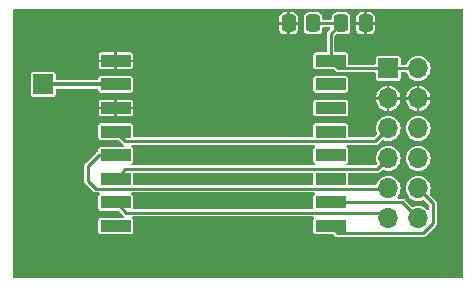
<source format=gbr>
%TF.GenerationSoftware,KiCad,Pcbnew,7.0.1*%
%TF.CreationDate,2023-04-28T09:42:26+02:00*%
%TF.ProjectId,RFM69HW_ANT,52464d36-3948-4575-9f41-4e542e6b6963,rev?*%
%TF.SameCoordinates,Original*%
%TF.FileFunction,Copper,L1,Top*%
%TF.FilePolarity,Positive*%
%FSLAX46Y46*%
G04 Gerber Fmt 4.6, Leading zero omitted, Abs format (unit mm)*
G04 Created by KiCad (PCBNEW 7.0.1) date 2023-04-28 09:42:26*
%MOMM*%
%LPD*%
G01*
G04 APERTURE LIST*
G04 Aperture macros list*
%AMRoundRect*
0 Rectangle with rounded corners*
0 $1 Rounding radius*
0 $2 $3 $4 $5 $6 $7 $8 $9 X,Y pos of 4 corners*
0 Add a 4 corners polygon primitive as box body*
4,1,4,$2,$3,$4,$5,$6,$7,$8,$9,$2,$3,0*
0 Add four circle primitives for the rounded corners*
1,1,$1+$1,$2,$3*
1,1,$1+$1,$4,$5*
1,1,$1+$1,$6,$7*
1,1,$1+$1,$8,$9*
0 Add four rect primitives between the rounded corners*
20,1,$1+$1,$2,$3,$4,$5,0*
20,1,$1+$1,$4,$5,$6,$7,0*
20,1,$1+$1,$6,$7,$8,$9,0*
20,1,$1+$1,$8,$9,$2,$3,0*%
G04 Aperture macros list end*
%TA.AperFunction,ComponentPad*%
%ADD10R,1.700000X1.700000*%
%TD*%
%TA.AperFunction,ComponentPad*%
%ADD11O,1.700000X1.700000*%
%TD*%
%TA.AperFunction,SMDPad,CuDef*%
%ADD12RoundRect,0.250000X0.337500X0.475000X-0.337500X0.475000X-0.337500X-0.475000X0.337500X-0.475000X0*%
%TD*%
%TA.AperFunction,SMDPad,CuDef*%
%ADD13R,2.500000X1.000000*%
%TD*%
%TA.AperFunction,SMDPad,CuDef*%
%ADD14RoundRect,0.250000X-0.337500X-0.475000X0.337500X-0.475000X0.337500X0.475000X-0.337500X0.475000X0*%
%TD*%
%TA.AperFunction,ViaPad*%
%ADD15C,0.800000*%
%TD*%
%TA.AperFunction,Conductor*%
%ADD16C,0.250000*%
%TD*%
%TA.AperFunction,Conductor*%
%ADD17C,0.350000*%
%TD*%
G04 APERTURE END LIST*
D10*
%TO.P,J1,1,Pin_1*%
%TO.N,VCC*%
X149860000Y-43180000D03*
D11*
%TO.P,J1,2,Pin_2*%
X152400000Y-43180000D03*
%TO.P,J1,3,Pin_3*%
%TO.N,GND*%
X149860000Y-45720000D03*
%TO.P,J1,4,Pin_4*%
X152400000Y-45720000D03*
%TO.P,J1,5,Pin_5*%
%TO.N,SCK*%
X149860000Y-48260000D03*
%TO.P,J1,6,Pin_6*%
%TO.N,unconnected-(J1-Pin_6-Pad6)*%
X152400000Y-48260000D03*
%TO.P,J1,7,Pin_7*%
%TO.N,MISO*%
X149860000Y-50800000D03*
%TO.P,J1,8,Pin_8*%
%TO.N,unconnected-(J1-Pin_8-Pad8)*%
X152400000Y-50800000D03*
%TO.P,J1,9,Pin_9*%
%TO.N,MOSI*%
X149860000Y-53340000D03*
%TO.P,J1,10,Pin_10*%
%TO.N,nRESET*%
X152400000Y-53340000D03*
%TO.P,J1,11,Pin_11*%
%TO.N,nCS*%
X149860000Y-55880000D03*
%TO.P,J1,12,Pin_12*%
%TO.N,DIO0*%
X152400000Y-55880000D03*
%TD*%
D12*
%TO.P,C1,1*%
%TO.N,VCC*%
X143510000Y-39370000D03*
%TO.P,C1,2*%
%TO.N,GND*%
X141435000Y-39370000D03*
%TD*%
D13*
%TO.P,U1,1,RESET*%
%TO.N,nRESET*%
X144990000Y-56530000D03*
%TO.P,U1,2,DIO0*%
%TO.N,DIO0*%
X144990000Y-54530000D03*
%TO.P,U1,3,DIO1*%
%TO.N,unconnected-(U1-DIO1-Pad3)*%
X144990000Y-52530000D03*
%TO.P,U1,4,DIO2*%
%TO.N,unconnected-(U1-DIO2-Pad4)*%
X144990000Y-50530000D03*
%TO.P,U1,5,DIO3*%
%TO.N,unconnected-(U1-DIO3-Pad5)*%
X144990000Y-48530000D03*
%TO.P,U1,6,DIO4*%
%TO.N,unconnected-(U1-DIO4-Pad6)*%
X144990000Y-46530000D03*
%TO.P,U1,7,DIO5*%
%TO.N,unconnected-(U1-DIO5-Pad7)*%
X144990000Y-44530000D03*
%TO.P,U1,8,3.3V*%
%TO.N,VCC*%
X144990000Y-42530000D03*
%TO.P,U1,9,GND*%
%TO.N,GND*%
X126790000Y-42530000D03*
%TO.P,U1,10,ANA*%
%TO.N,Net-(J2-Pin_1)*%
X126790000Y-44530000D03*
%TO.P,U1,11,GND*%
%TO.N,GND*%
X126790000Y-46530000D03*
%TO.P,U1,12,SCK*%
%TO.N,SCK*%
X126790000Y-48530000D03*
%TO.P,U1,13,MISO*%
%TO.N,MOSI*%
X126790000Y-50530000D03*
%TO.P,U1,14,MOSI*%
%TO.N,MISO*%
X126790000Y-52530000D03*
%TO.P,U1,15,NSS*%
%TO.N,nCS*%
X126790000Y-54530000D03*
%TO.P,U1,16,NC*%
%TO.N,unconnected-(U1-NC-Pad16)*%
X126790000Y-56530000D03*
%TD*%
D10*
%TO.P,J2,1,Pin_1*%
%TO.N,Net-(J2-Pin_1)*%
X120650000Y-44530000D03*
%TD*%
D14*
%TO.P,C2,1*%
%TO.N,VCC*%
X145880000Y-39370000D03*
%TO.P,C2,2*%
%TO.N,GND*%
X147955000Y-39370000D03*
%TD*%
D15*
%TO.N,GND*%
X136906000Y-54356000D03*
X136906000Y-50800000D03*
X136906000Y-52578000D03*
%TD*%
D16*
%TO.N,DIO0*%
X152400000Y-55880000D02*
X151050000Y-54530000D01*
X151050000Y-54530000D02*
X144990000Y-54530000D01*
%TO.N,nRESET*%
X144990000Y-56530000D02*
X145610000Y-57150000D01*
X153670000Y-56271701D02*
X153670000Y-54610000D01*
X152791701Y-57150000D02*
X153670000Y-56271701D01*
X153670000Y-54610000D02*
X152400000Y-53340000D01*
X145610000Y-57150000D02*
X152791701Y-57150000D01*
%TO.N,nCS*%
X149860000Y-55880000D02*
X149373299Y-55393299D01*
X127653299Y-55393299D02*
X126790000Y-54530000D01*
X149373299Y-55393299D02*
X127653299Y-55393299D01*
%TO.N,SCK*%
X126790000Y-48530000D02*
X127615000Y-49355000D01*
X148765000Y-49355000D02*
X149860000Y-48260000D01*
X127615000Y-49355000D02*
X148765000Y-49355000D01*
%TO.N,MOSI*%
X125110000Y-53355000D02*
X124460000Y-52705000D01*
X125365000Y-50530000D02*
X126790000Y-50530000D01*
X124460000Y-52705000D02*
X124460000Y-51435000D01*
X149845000Y-53355000D02*
X125110000Y-53355000D01*
X149860000Y-53340000D02*
X149845000Y-53355000D01*
X124460000Y-51435000D02*
X125365000Y-50530000D01*
%TO.N,MISO*%
X127615000Y-51705000D02*
X148955000Y-51705000D01*
X148955000Y-51705000D02*
X149860000Y-50800000D01*
X126790000Y-52530000D02*
X127615000Y-51705000D01*
%TO.N,VCC*%
X145640000Y-43180000D02*
X144990000Y-42530000D01*
X144990000Y-42530000D02*
X144990000Y-40260000D01*
X145880000Y-39370000D02*
X143510000Y-39370000D01*
X144990000Y-40260000D02*
X145880000Y-39370000D01*
X152400000Y-43180000D02*
X149860000Y-43180000D01*
X149860000Y-43180000D02*
X145640000Y-43180000D01*
D17*
%TO.N,Net-(J2-Pin_1)*%
X126790000Y-44530000D02*
X120650000Y-44530000D01*
%TD*%
%TA.AperFunction,Conductor*%
%TO.N,GND*%
G36*
X143624187Y-53693123D02*
G01*
X143660225Y-53727772D01*
X143674738Y-53775613D01*
X143664024Y-53824444D01*
X143630816Y-53861815D01*
X143595447Y-53885447D01*
X143551133Y-53951768D01*
X143539500Y-54010253D01*
X143539500Y-54968799D01*
X143526237Y-55018299D01*
X143490000Y-55054536D01*
X143440500Y-55067799D01*
X128339500Y-55067799D01*
X128290000Y-55054536D01*
X128253763Y-55018299D01*
X128240500Y-54968799D01*
X128240500Y-54010253D01*
X128240500Y-54010252D01*
X128228867Y-53951769D01*
X128211949Y-53926450D01*
X128184552Y-53885447D01*
X128149184Y-53861815D01*
X128115976Y-53824444D01*
X128105262Y-53775613D01*
X128119775Y-53727772D01*
X128155813Y-53693123D01*
X128204186Y-53680500D01*
X143575814Y-53680500D01*
X143624187Y-53693123D01*
G37*
%TD.AperFunction*%
%TA.AperFunction,Conductor*%
G36*
X143490000Y-52043763D02*
G01*
X143526237Y-52080000D01*
X143539500Y-52129500D01*
X143539500Y-52930500D01*
X143526237Y-52980000D01*
X143490000Y-53016237D01*
X143440500Y-53029500D01*
X128339500Y-53029500D01*
X128290000Y-53016237D01*
X128253763Y-52980000D01*
X128240500Y-52930500D01*
X128240500Y-52129500D01*
X128253763Y-52080000D01*
X128290000Y-52043763D01*
X128339500Y-52030500D01*
X143440500Y-52030500D01*
X143490000Y-52043763D01*
G37*
%TD.AperFunction*%
%TA.AperFunction,Conductor*%
G36*
X143624187Y-49693123D02*
G01*
X143660225Y-49727772D01*
X143674738Y-49775613D01*
X143664024Y-49824444D01*
X143630816Y-49861815D01*
X143595447Y-49885447D01*
X143551133Y-49951768D01*
X143539500Y-50010253D01*
X143539500Y-51049747D01*
X143551133Y-51108231D01*
X143595447Y-51174552D01*
X143630816Y-51198185D01*
X143664024Y-51235556D01*
X143674738Y-51284387D01*
X143660225Y-51332228D01*
X143624187Y-51366877D01*
X143575814Y-51379500D01*
X128204186Y-51379500D01*
X128155813Y-51366877D01*
X128119775Y-51332228D01*
X128105262Y-51284387D01*
X128115976Y-51235556D01*
X128149184Y-51198185D01*
X128184552Y-51174552D01*
X128184553Y-51174551D01*
X128228867Y-51108231D01*
X128240500Y-51049748D01*
X128240500Y-50010252D01*
X128228867Y-49951769D01*
X128209186Y-49922315D01*
X128184552Y-49885447D01*
X128149184Y-49861815D01*
X128115976Y-49824444D01*
X128105262Y-49775613D01*
X128119775Y-49727772D01*
X128155813Y-49693123D01*
X128204186Y-49680500D01*
X143575814Y-49680500D01*
X143624187Y-49693123D01*
G37*
%TD.AperFunction*%
%TA.AperFunction,Conductor*%
G36*
X156135000Y-38138763D02*
G01*
X156171237Y-38175000D01*
X156184500Y-38224500D01*
X156184500Y-60835500D01*
X156171237Y-60885000D01*
X156135000Y-60921237D01*
X156085500Y-60934500D01*
X118234500Y-60934500D01*
X118185000Y-60921237D01*
X118148763Y-60885000D01*
X118135500Y-60835500D01*
X118135500Y-52733807D01*
X124130735Y-52733807D01*
X124140795Y-52771350D01*
X124142663Y-52779778D01*
X124149411Y-52818042D01*
X124149412Y-52818045D01*
X124150166Y-52819352D01*
X124160055Y-52843225D01*
X124160446Y-52844685D01*
X124182732Y-52876514D01*
X124187370Y-52883794D01*
X124206803Y-52917452D01*
X124206805Y-52917454D01*
X124206806Y-52917455D01*
X124236583Y-52942441D01*
X124242938Y-52948264D01*
X124866730Y-53572056D01*
X124872564Y-53578423D01*
X124897545Y-53608194D01*
X124931215Y-53627633D01*
X124938477Y-53632260D01*
X124970316Y-53654554D01*
X124971765Y-53654942D01*
X124971768Y-53654943D01*
X124995650Y-53664834D01*
X124996955Y-53665588D01*
X125030732Y-53671543D01*
X125035220Y-53672335D01*
X125043647Y-53674203D01*
X125081193Y-53684264D01*
X125119909Y-53680876D01*
X125128537Y-53680500D01*
X125375814Y-53680500D01*
X125424187Y-53693123D01*
X125460225Y-53727772D01*
X125474738Y-53775613D01*
X125464024Y-53824444D01*
X125430816Y-53861815D01*
X125395447Y-53885447D01*
X125351133Y-53951768D01*
X125351132Y-53951769D01*
X125351133Y-53951769D01*
X125339500Y-54010252D01*
X125339500Y-55049748D01*
X125343091Y-55067799D01*
X125351133Y-55108231D01*
X125395447Y-55174552D01*
X125420797Y-55191490D01*
X125461769Y-55218867D01*
X125520252Y-55230500D01*
X126989165Y-55230500D01*
X127027051Y-55238036D01*
X127059169Y-55259496D01*
X127410040Y-55610367D01*
X127415864Y-55616723D01*
X127440844Y-55646493D01*
X127447452Y-55654368D01*
X127474085Y-55681002D01*
X127487348Y-55730501D01*
X127474084Y-55780001D01*
X127437848Y-55816237D01*
X127388348Y-55829500D01*
X125520252Y-55829500D01*
X125491010Y-55835316D01*
X125461768Y-55841133D01*
X125395447Y-55885447D01*
X125351133Y-55951768D01*
X125339500Y-56010253D01*
X125339500Y-57049747D01*
X125351133Y-57108231D01*
X125395447Y-57174552D01*
X125439761Y-57204162D01*
X125461769Y-57218867D01*
X125520252Y-57230500D01*
X128059747Y-57230500D01*
X128059748Y-57230500D01*
X128118231Y-57218867D01*
X128184552Y-57174552D01*
X128228867Y-57108231D01*
X128240500Y-57049748D01*
X128240500Y-56010252D01*
X128228867Y-55951769D01*
X128184552Y-55885448D01*
X128176102Y-55872801D01*
X128159536Y-55822657D01*
X128171107Y-55771131D01*
X128207521Y-55732884D01*
X128258417Y-55718799D01*
X143521583Y-55718799D01*
X143572479Y-55732884D01*
X143608893Y-55771131D01*
X143620464Y-55822657D01*
X143603898Y-55872801D01*
X143551133Y-55951768D01*
X143539500Y-56010253D01*
X143539500Y-57049747D01*
X143551133Y-57108231D01*
X143595447Y-57174552D01*
X143639761Y-57204162D01*
X143661769Y-57218867D01*
X143720252Y-57230500D01*
X145189165Y-57230500D01*
X145227051Y-57238036D01*
X145259169Y-57259496D01*
X145366741Y-57367068D01*
X145372565Y-57373424D01*
X145397545Y-57403194D01*
X145397547Y-57403195D01*
X145431201Y-57422625D01*
X145438480Y-57427261D01*
X145470316Y-57449553D01*
X145471776Y-57449944D01*
X145495640Y-57459828D01*
X145496955Y-57460588D01*
X145530405Y-57466486D01*
X145535231Y-57467337D01*
X145543663Y-57469206D01*
X145581193Y-57479263D01*
X145619897Y-57475876D01*
X145628525Y-57475500D01*
X152773167Y-57475500D01*
X152781794Y-57475876D01*
X152795058Y-57477037D01*
X152820506Y-57479264D01*
X152820506Y-57479263D01*
X152820508Y-57479264D01*
X152858060Y-57469201D01*
X152866478Y-57467335D01*
X152904746Y-57460588D01*
X152906047Y-57459836D01*
X152929933Y-57449942D01*
X152931385Y-57449554D01*
X152963230Y-57427254D01*
X152970486Y-57422632D01*
X153004156Y-57403194D01*
X153029143Y-57373414D01*
X153034958Y-57367068D01*
X153887072Y-56514954D01*
X153893430Y-56509130D01*
X153923194Y-56484156D01*
X153942624Y-56450500D01*
X153947252Y-56443233D01*
X153969554Y-56411385D01*
X153969943Y-56409930D01*
X153979837Y-56386046D01*
X153980588Y-56384746D01*
X153987340Y-56346449D01*
X153989197Y-56338072D01*
X153999263Y-56300508D01*
X153995876Y-56261803D01*
X153995500Y-56253176D01*
X153995500Y-54628526D01*
X153995877Y-54619897D01*
X153999263Y-54581194D01*
X153999263Y-54581193D01*
X153989199Y-54543638D01*
X153987335Y-54535223D01*
X153980589Y-54496958D01*
X153980588Y-54496956D01*
X153980588Y-54496955D01*
X153979834Y-54495650D01*
X153969943Y-54471768D01*
X153969554Y-54470317D01*
X153969554Y-54470316D01*
X153947257Y-54438473D01*
X153942626Y-54431203D01*
X153923193Y-54397543D01*
X153893434Y-54372573D01*
X153887066Y-54366739D01*
X153388502Y-53868175D01*
X153365850Y-53833041D01*
X153359718Y-53791691D01*
X153371199Y-53751498D01*
X153375232Y-53743954D01*
X153377604Y-53736137D01*
X153409864Y-53629787D01*
X153435300Y-53545934D01*
X153455583Y-53340000D01*
X153435300Y-53134066D01*
X153375232Y-52936046D01*
X153277685Y-52753550D01*
X153146410Y-52593590D01*
X152986450Y-52462315D01*
X152803954Y-52364768D01*
X152803953Y-52364767D01*
X152803952Y-52364767D01*
X152605933Y-52304699D01*
X152400000Y-52284416D01*
X152194066Y-52304699D01*
X151996047Y-52364767D01*
X151813549Y-52462315D01*
X151653590Y-52593590D01*
X151522315Y-52753549D01*
X151424767Y-52936047D01*
X151364699Y-53134066D01*
X151344416Y-53339999D01*
X151364699Y-53545933D01*
X151424767Y-53743952D01*
X151424768Y-53743954D01*
X151522315Y-53926450D01*
X151653590Y-54086410D01*
X151813550Y-54217685D01*
X151996046Y-54315232D01*
X152194066Y-54375300D01*
X152400000Y-54395583D01*
X152605934Y-54375300D01*
X152692155Y-54349145D01*
X152803952Y-54315233D01*
X152803954Y-54315232D01*
X152811498Y-54311199D01*
X152851691Y-54299718D01*
X152893041Y-54305850D01*
X152928175Y-54328502D01*
X153315504Y-54715831D01*
X153336964Y-54747949D01*
X153344500Y-54785835D01*
X153344500Y-55098277D01*
X153326441Y-55155282D01*
X153278852Y-55191490D01*
X153219096Y-55193691D01*
X153168973Y-55161084D01*
X153146410Y-55133590D01*
X152986450Y-55002315D01*
X152803954Y-54904768D01*
X152803953Y-54904767D01*
X152803952Y-54904767D01*
X152605933Y-54844699D01*
X152400000Y-54824416D01*
X152194066Y-54844699D01*
X151996043Y-54904768D01*
X151988490Y-54908805D01*
X151948298Y-54920280D01*
X151906952Y-54914146D01*
X151871823Y-54891496D01*
X151293268Y-54312942D01*
X151287434Y-54306574D01*
X151262454Y-54276805D01*
X151228794Y-54257370D01*
X151221514Y-54252732D01*
X151189685Y-54230446D01*
X151188225Y-54230055D01*
X151164352Y-54220166D01*
X151163045Y-54219412D01*
X151163043Y-54219411D01*
X151163042Y-54219411D01*
X151124778Y-54212663D01*
X151116350Y-54210795D01*
X151078807Y-54200735D01*
X151043330Y-54203839D01*
X151040093Y-54204123D01*
X151031466Y-54204500D01*
X150718814Y-54204500D01*
X150665849Y-54189141D01*
X150629319Y-54147828D01*
X150620559Y-54093381D01*
X150642286Y-54042695D01*
X150716906Y-53951769D01*
X150737685Y-53926450D01*
X150835232Y-53743954D01*
X150895300Y-53545934D01*
X150915583Y-53340000D01*
X150895300Y-53134066D01*
X150835232Y-52936046D01*
X150737685Y-52753550D01*
X150606410Y-52593590D01*
X150446450Y-52462315D01*
X150263954Y-52364768D01*
X150263953Y-52364767D01*
X150263952Y-52364767D01*
X150065933Y-52304699D01*
X149860000Y-52284416D01*
X149654066Y-52304699D01*
X149456047Y-52364767D01*
X149273549Y-52462315D01*
X149113590Y-52593590D01*
X148982315Y-52753549D01*
X148884767Y-52936046D01*
X148877732Y-52959239D01*
X148857427Y-52995776D01*
X148823853Y-53020676D01*
X148782995Y-53029500D01*
X146539500Y-53029500D01*
X146490000Y-53016237D01*
X146453763Y-52980000D01*
X146440500Y-52930500D01*
X146440500Y-52129500D01*
X146453763Y-52080000D01*
X146490000Y-52043763D01*
X146539500Y-52030500D01*
X148936466Y-52030500D01*
X148945093Y-52030876D01*
X148958357Y-52032037D01*
X148983805Y-52034264D01*
X148983805Y-52034263D01*
X148983807Y-52034264D01*
X149021359Y-52024201D01*
X149029777Y-52022335D01*
X149068045Y-52015588D01*
X149069346Y-52014836D01*
X149093232Y-52004942D01*
X149094684Y-52004554D01*
X149126529Y-51982254D01*
X149133785Y-51977632D01*
X149167455Y-51958194D01*
X149192442Y-51928414D01*
X149198254Y-51922070D01*
X149331824Y-51788500D01*
X149366953Y-51765851D01*
X149408301Y-51759718D01*
X149448495Y-51771196D01*
X149456046Y-51775232D01*
X149610103Y-51821964D01*
X149654066Y-51835300D01*
X149859999Y-51855583D01*
X149859999Y-51855582D01*
X149860000Y-51855583D01*
X150065934Y-51835300D01*
X150263954Y-51775232D01*
X150446450Y-51677685D01*
X150606410Y-51546410D01*
X150737685Y-51386450D01*
X150835232Y-51203954D01*
X150895300Y-51005934D01*
X150915583Y-50800000D01*
X151344416Y-50800000D01*
X151364699Y-51005933D01*
X151421987Y-51194786D01*
X151424768Y-51203954D01*
X151522315Y-51386450D01*
X151653590Y-51546410D01*
X151813550Y-51677685D01*
X151996046Y-51775232D01*
X152150103Y-51821964D01*
X152194066Y-51835300D01*
X152399999Y-51855583D01*
X152399999Y-51855582D01*
X152400000Y-51855583D01*
X152605934Y-51835300D01*
X152803954Y-51775232D01*
X152986450Y-51677685D01*
X153146410Y-51546410D01*
X153277685Y-51386450D01*
X153375232Y-51203954D01*
X153435300Y-51005934D01*
X153455583Y-50800000D01*
X153435300Y-50594066D01*
X153375232Y-50396046D01*
X153277685Y-50213550D01*
X153146410Y-50053590D01*
X152986450Y-49922315D01*
X152803954Y-49824768D01*
X152803953Y-49824767D01*
X152803952Y-49824767D01*
X152605933Y-49764699D01*
X152399999Y-49744416D01*
X152194066Y-49764699D01*
X151996047Y-49824767D01*
X151813549Y-49922315D01*
X151653590Y-50053590D01*
X151522315Y-50213549D01*
X151424767Y-50396047D01*
X151364699Y-50594066D01*
X151344416Y-50800000D01*
X150915583Y-50800000D01*
X150895300Y-50594066D01*
X150835232Y-50396046D01*
X150737685Y-50213550D01*
X150606410Y-50053590D01*
X150446450Y-49922315D01*
X150263954Y-49824768D01*
X150263953Y-49824767D01*
X150263952Y-49824767D01*
X150065933Y-49764699D01*
X149859999Y-49744416D01*
X149654066Y-49764699D01*
X149456047Y-49824767D01*
X149273549Y-49922315D01*
X149113590Y-50053590D01*
X148982315Y-50213549D01*
X148884767Y-50396047D01*
X148824699Y-50594066D01*
X148804416Y-50800000D01*
X148824699Y-51005933D01*
X148884767Y-51203953D01*
X148888804Y-51211506D01*
X148900281Y-51251698D01*
X148894148Y-51293045D01*
X148871498Y-51328175D01*
X148849172Y-51350502D01*
X148817054Y-51371964D01*
X148779167Y-51379500D01*
X146404186Y-51379500D01*
X146355813Y-51366877D01*
X146319775Y-51332228D01*
X146305262Y-51284387D01*
X146315976Y-51235556D01*
X146349184Y-51198185D01*
X146384552Y-51174552D01*
X146384553Y-51174551D01*
X146428867Y-51108231D01*
X146440500Y-51049748D01*
X146440500Y-50010252D01*
X146428867Y-49951769D01*
X146409186Y-49922315D01*
X146384552Y-49885447D01*
X146349184Y-49861815D01*
X146315976Y-49824444D01*
X146305262Y-49775613D01*
X146319775Y-49727772D01*
X146355813Y-49693123D01*
X146404186Y-49680500D01*
X148746466Y-49680500D01*
X148755093Y-49680876D01*
X148768357Y-49682037D01*
X148793805Y-49684264D01*
X148793805Y-49684263D01*
X148793807Y-49684264D01*
X148831359Y-49674201D01*
X148839777Y-49672335D01*
X148878045Y-49665588D01*
X148879346Y-49664836D01*
X148903232Y-49654942D01*
X148904684Y-49654554D01*
X148936529Y-49632254D01*
X148943785Y-49627632D01*
X148977455Y-49608194D01*
X149002442Y-49578414D01*
X149008257Y-49572068D01*
X149331824Y-49248500D01*
X149366953Y-49225851D01*
X149408301Y-49219718D01*
X149448495Y-49231196D01*
X149456046Y-49235232D01*
X149654066Y-49295300D01*
X149860000Y-49315583D01*
X150065934Y-49295300D01*
X150263954Y-49235232D01*
X150446450Y-49137685D01*
X150606410Y-49006410D01*
X150737685Y-48846450D01*
X150835232Y-48663954D01*
X150895300Y-48465934D01*
X150915583Y-48260000D01*
X150915583Y-48259999D01*
X151344416Y-48259999D01*
X151364699Y-48465933D01*
X151424767Y-48663952D01*
X151424768Y-48663954D01*
X151522315Y-48846450D01*
X151653590Y-49006410D01*
X151813550Y-49137685D01*
X151996046Y-49235232D01*
X152194066Y-49295300D01*
X152400000Y-49315583D01*
X152605934Y-49295300D01*
X152803954Y-49235232D01*
X152986450Y-49137685D01*
X153146410Y-49006410D01*
X153277685Y-48846450D01*
X153375232Y-48663954D01*
X153435300Y-48465934D01*
X153455583Y-48260000D01*
X153435300Y-48054066D01*
X153375232Y-47856046D01*
X153277685Y-47673550D01*
X153146410Y-47513590D01*
X152986450Y-47382315D01*
X152803954Y-47284768D01*
X152803953Y-47284767D01*
X152803952Y-47284767D01*
X152605933Y-47224699D01*
X152400000Y-47204416D01*
X152194066Y-47224699D01*
X151996047Y-47284767D01*
X151813549Y-47382315D01*
X151653590Y-47513590D01*
X151522315Y-47673549D01*
X151424767Y-47856047D01*
X151364699Y-48054066D01*
X151344416Y-48259999D01*
X150915583Y-48259999D01*
X150895300Y-48054066D01*
X150835232Y-47856046D01*
X150737685Y-47673550D01*
X150606410Y-47513590D01*
X150446450Y-47382315D01*
X150263954Y-47284768D01*
X150263953Y-47284767D01*
X150263952Y-47284767D01*
X150065933Y-47224699D01*
X149860000Y-47204416D01*
X149654066Y-47224699D01*
X149456047Y-47284767D01*
X149273549Y-47382315D01*
X149113590Y-47513590D01*
X148982315Y-47673549D01*
X148884767Y-47856047D01*
X148824699Y-48054066D01*
X148804416Y-48259999D01*
X148824699Y-48465933D01*
X148884766Y-48663952D01*
X148888803Y-48671503D01*
X148900281Y-48711696D01*
X148894148Y-48753044D01*
X148871497Y-48788175D01*
X148659171Y-49000503D01*
X148627053Y-49021964D01*
X148589167Y-49029500D01*
X146539500Y-49029500D01*
X146490000Y-49016237D01*
X146453763Y-48980000D01*
X146440500Y-48930500D01*
X146440500Y-48010253D01*
X146440500Y-48010252D01*
X146428867Y-47951769D01*
X146414162Y-47929762D01*
X146384552Y-47885447D01*
X146318231Y-47841133D01*
X146318230Y-47841132D01*
X146259748Y-47829500D01*
X143720252Y-47829500D01*
X143691010Y-47835316D01*
X143661768Y-47841133D01*
X143595447Y-47885447D01*
X143551133Y-47951768D01*
X143539500Y-48010253D01*
X143539500Y-48930500D01*
X143526237Y-48980000D01*
X143490000Y-49016237D01*
X143440500Y-49029500D01*
X128339500Y-49029500D01*
X128290000Y-49016237D01*
X128253763Y-48980000D01*
X128240500Y-48930500D01*
X128240500Y-48010253D01*
X128240500Y-48010252D01*
X128228867Y-47951769D01*
X128214162Y-47929762D01*
X128184552Y-47885447D01*
X128118231Y-47841133D01*
X128118230Y-47841132D01*
X128059748Y-47829500D01*
X125520252Y-47829500D01*
X125491010Y-47835316D01*
X125461768Y-47841133D01*
X125395447Y-47885447D01*
X125351133Y-47951768D01*
X125339500Y-48010253D01*
X125339500Y-49049747D01*
X125351133Y-49108231D01*
X125395447Y-49174552D01*
X125439762Y-49204162D01*
X125461769Y-49218867D01*
X125520252Y-49230500D01*
X126989165Y-49230500D01*
X127027051Y-49238036D01*
X127059169Y-49259496D01*
X127371741Y-49572068D01*
X127377565Y-49578424D01*
X127402545Y-49608194D01*
X127402547Y-49608195D01*
X127436203Y-49627627D01*
X127443487Y-49632267D01*
X127467961Y-49649404D01*
X127500158Y-49687101D01*
X127510041Y-49735681D01*
X127495134Y-49782962D01*
X127459173Y-49817087D01*
X127411177Y-49829500D01*
X125520252Y-49829500D01*
X125491010Y-49835316D01*
X125461768Y-49841133D01*
X125395447Y-49885447D01*
X125351133Y-49951768D01*
X125339500Y-50010253D01*
X125339500Y-50120904D01*
X125328970Y-50165334D01*
X125299620Y-50200313D01*
X125257693Y-50218400D01*
X125251954Y-50219411D01*
X125250645Y-50220168D01*
X125226780Y-50230053D01*
X125225318Y-50230444D01*
X125193484Y-50252734D01*
X125186205Y-50257371D01*
X125152543Y-50276806D01*
X125127573Y-50306564D01*
X125121741Y-50312930D01*
X124242940Y-51191732D01*
X124236574Y-51197565D01*
X124206804Y-51222545D01*
X124187371Y-51256204D01*
X124182734Y-51263484D01*
X124160444Y-51295318D01*
X124160053Y-51296780D01*
X124150168Y-51320645D01*
X124149410Y-51321956D01*
X124142662Y-51360223D01*
X124140794Y-51368649D01*
X124130735Y-51406191D01*
X124134123Y-51444904D01*
X124134500Y-51453534D01*
X124134500Y-52686466D01*
X124134123Y-52695096D01*
X124130735Y-52733807D01*
X118135500Y-52733807D01*
X118135500Y-47049697D01*
X125340000Y-47049697D01*
X125351604Y-47108036D01*
X125395807Y-47174192D01*
X125461963Y-47218395D01*
X125520303Y-47230000D01*
X126689999Y-47230000D01*
X126690000Y-47229999D01*
X126890000Y-47229999D01*
X126890001Y-47230000D01*
X128059697Y-47230000D01*
X128118036Y-47218395D01*
X128184192Y-47174192D01*
X128228395Y-47108036D01*
X128239990Y-47049747D01*
X143539500Y-47049747D01*
X143551133Y-47108231D01*
X143595447Y-47174552D01*
X143639761Y-47204162D01*
X143661769Y-47218867D01*
X143720252Y-47230500D01*
X146259747Y-47230500D01*
X146259748Y-47230500D01*
X146318231Y-47218867D01*
X146384552Y-47174552D01*
X146428867Y-47108231D01*
X146440500Y-47049748D01*
X146440500Y-46010252D01*
X146428867Y-45951769D01*
X146411538Y-45925835D01*
X146384552Y-45885447D01*
X146318231Y-45841133D01*
X146318230Y-45841132D01*
X146259748Y-45829500D01*
X143720252Y-45829500D01*
X143691010Y-45835316D01*
X143661768Y-45841133D01*
X143595447Y-45885447D01*
X143551133Y-45951768D01*
X143539500Y-46010253D01*
X143539500Y-47049747D01*
X128239990Y-47049747D01*
X128240000Y-47049697D01*
X128240000Y-46630001D01*
X128239999Y-46630000D01*
X126890001Y-46630000D01*
X126890000Y-46630001D01*
X126890000Y-47229999D01*
X126690000Y-47229999D01*
X126690000Y-46630001D01*
X126689999Y-46630000D01*
X125340001Y-46630000D01*
X125340000Y-46630001D01*
X125340000Y-47049697D01*
X118135500Y-47049697D01*
X118135500Y-46429999D01*
X125340000Y-46429999D01*
X125340001Y-46430000D01*
X126689999Y-46430000D01*
X126690000Y-46429999D01*
X126890000Y-46429999D01*
X126890001Y-46430000D01*
X128239999Y-46430000D01*
X128240000Y-46429999D01*
X128240000Y-46010303D01*
X128228395Y-45951963D01*
X128184192Y-45885807D01*
X128118036Y-45841604D01*
X128059697Y-45830000D01*
X126890001Y-45830000D01*
X126890000Y-45830001D01*
X126890000Y-46429999D01*
X126690000Y-46429999D01*
X126690000Y-45830001D01*
X126689999Y-45830000D01*
X125520303Y-45830000D01*
X125461963Y-45841604D01*
X125395807Y-45885807D01*
X125351604Y-45951963D01*
X125340000Y-46010303D01*
X125340000Y-46429999D01*
X118135500Y-46429999D01*
X118135500Y-45820000D01*
X148814767Y-45820000D01*
X148825191Y-45925835D01*
X148885231Y-46123763D01*
X148982730Y-46306170D01*
X149113945Y-46466054D01*
X149273829Y-46597269D01*
X149456236Y-46694768D01*
X149654164Y-46754808D01*
X149759999Y-46765232D01*
X149760000Y-46765232D01*
X149960000Y-46765232D01*
X150065835Y-46754808D01*
X150263763Y-46694768D01*
X150446170Y-46597269D01*
X150606054Y-46466054D01*
X150737269Y-46306170D01*
X150834768Y-46123763D01*
X150894808Y-45925835D01*
X150905232Y-45820000D01*
X151354767Y-45820000D01*
X151365191Y-45925835D01*
X151425231Y-46123763D01*
X151522730Y-46306170D01*
X151653945Y-46466054D01*
X151813829Y-46597269D01*
X151996236Y-46694768D01*
X152194164Y-46754808D01*
X152299999Y-46765232D01*
X152300000Y-46765232D01*
X152500000Y-46765232D01*
X152605835Y-46754808D01*
X152803763Y-46694768D01*
X152986170Y-46597269D01*
X153146054Y-46466054D01*
X153277269Y-46306170D01*
X153374768Y-46123763D01*
X153434808Y-45925835D01*
X153445232Y-45820000D01*
X152500001Y-45820000D01*
X152500000Y-45820001D01*
X152500000Y-46765232D01*
X152300000Y-46765232D01*
X152300000Y-45820001D01*
X152299999Y-45820000D01*
X151354767Y-45820000D01*
X150905232Y-45820000D01*
X149960001Y-45820000D01*
X149960000Y-45820001D01*
X149960000Y-46765232D01*
X149760000Y-46765232D01*
X149760000Y-45820001D01*
X149759999Y-45820000D01*
X148814767Y-45820000D01*
X118135500Y-45820000D01*
X118135500Y-45619999D01*
X148814767Y-45619999D01*
X148814768Y-45620000D01*
X149759999Y-45620000D01*
X149760000Y-45619999D01*
X149760000Y-44674768D01*
X149759999Y-44674767D01*
X149960000Y-44674767D01*
X149960000Y-45619999D01*
X149960001Y-45620000D01*
X150905232Y-45620000D01*
X150905232Y-45619999D01*
X151354767Y-45619999D01*
X151354768Y-45620000D01*
X152299999Y-45620000D01*
X152300000Y-45619999D01*
X152300000Y-44674768D01*
X152299999Y-44674767D01*
X152500000Y-44674767D01*
X152500000Y-45619999D01*
X152500001Y-45620000D01*
X153445232Y-45620000D01*
X153445232Y-45619999D01*
X153434808Y-45514164D01*
X153374768Y-45316236D01*
X153277269Y-45133829D01*
X153146054Y-44973945D01*
X152986170Y-44842730D01*
X152803763Y-44745231D01*
X152605835Y-44685191D01*
X152500000Y-44674767D01*
X152299999Y-44674767D01*
X152194164Y-44685191D01*
X151996236Y-44745231D01*
X151813829Y-44842730D01*
X151653945Y-44973945D01*
X151522730Y-45133829D01*
X151425231Y-45316236D01*
X151365191Y-45514164D01*
X151354767Y-45619999D01*
X150905232Y-45619999D01*
X150894808Y-45514164D01*
X150834768Y-45316236D01*
X150737269Y-45133829D01*
X150606054Y-44973945D01*
X150446170Y-44842730D01*
X150263763Y-44745231D01*
X150065835Y-44685191D01*
X149960000Y-44674767D01*
X149759999Y-44674767D01*
X149654164Y-44685191D01*
X149456236Y-44745231D01*
X149273829Y-44842730D01*
X149113945Y-44973945D01*
X148982730Y-45133829D01*
X148885231Y-45316236D01*
X148825191Y-45514164D01*
X148814767Y-45619999D01*
X118135500Y-45619999D01*
X118135500Y-45399747D01*
X119599500Y-45399747D01*
X119611133Y-45458231D01*
X119655447Y-45524552D01*
X119699762Y-45554162D01*
X119721769Y-45568867D01*
X119780252Y-45580500D01*
X121519747Y-45580500D01*
X121519748Y-45580500D01*
X121578231Y-45568867D01*
X121644552Y-45524552D01*
X121688867Y-45458231D01*
X121700500Y-45399748D01*
X121700500Y-45004500D01*
X121713763Y-44955000D01*
X121750000Y-44918763D01*
X121799500Y-44905500D01*
X125240500Y-44905500D01*
X125290000Y-44918763D01*
X125326237Y-44955000D01*
X125339500Y-45004500D01*
X125339500Y-45049747D01*
X125351133Y-45108231D01*
X125395447Y-45174552D01*
X125439761Y-45204162D01*
X125461769Y-45218867D01*
X125520252Y-45230500D01*
X128059747Y-45230500D01*
X128059748Y-45230500D01*
X128118231Y-45218867D01*
X128184552Y-45174552D01*
X128228867Y-45108231D01*
X128240500Y-45049748D01*
X128240500Y-45049747D01*
X143539500Y-45049747D01*
X143551133Y-45108231D01*
X143595447Y-45174552D01*
X143639761Y-45204162D01*
X143661769Y-45218867D01*
X143720252Y-45230500D01*
X146259747Y-45230500D01*
X146259748Y-45230500D01*
X146318231Y-45218867D01*
X146384552Y-45174552D01*
X146428867Y-45108231D01*
X146440500Y-45049748D01*
X146440500Y-44010252D01*
X146428867Y-43951769D01*
X146411922Y-43926409D01*
X146384552Y-43885447D01*
X146318231Y-43841133D01*
X146318230Y-43841132D01*
X146259748Y-43829500D01*
X143720252Y-43829500D01*
X143691010Y-43835316D01*
X143661768Y-43841133D01*
X143595447Y-43885447D01*
X143551133Y-43951768D01*
X143539500Y-44010253D01*
X143539500Y-45049747D01*
X128240500Y-45049747D01*
X128240500Y-44010252D01*
X128228867Y-43951769D01*
X128211922Y-43926409D01*
X128184552Y-43885447D01*
X128118231Y-43841133D01*
X128118230Y-43841132D01*
X128059748Y-43829500D01*
X125520252Y-43829500D01*
X125491010Y-43835316D01*
X125461768Y-43841133D01*
X125395447Y-43885447D01*
X125351133Y-43951768D01*
X125339500Y-44010253D01*
X125339500Y-44055500D01*
X125326237Y-44105000D01*
X125290000Y-44141237D01*
X125240500Y-44154500D01*
X121799500Y-44154500D01*
X121750000Y-44141237D01*
X121713763Y-44105000D01*
X121700500Y-44055500D01*
X121700500Y-43660253D01*
X121700500Y-43660252D01*
X121688867Y-43601769D01*
X121671491Y-43575765D01*
X121644552Y-43535447D01*
X121578231Y-43491133D01*
X121575491Y-43490588D01*
X121519748Y-43479500D01*
X119780252Y-43479500D01*
X119761063Y-43483317D01*
X119721768Y-43491133D01*
X119655447Y-43535447D01*
X119611133Y-43601768D01*
X119599500Y-43660253D01*
X119599500Y-45399747D01*
X118135500Y-45399747D01*
X118135500Y-43049697D01*
X125340000Y-43049697D01*
X125351604Y-43108036D01*
X125395807Y-43174192D01*
X125461963Y-43218395D01*
X125520303Y-43230000D01*
X126689999Y-43230000D01*
X126690000Y-43229999D01*
X126890000Y-43229999D01*
X126890001Y-43230000D01*
X128059697Y-43230000D01*
X128118036Y-43218395D01*
X128184192Y-43174192D01*
X128228395Y-43108036D01*
X128240000Y-43049697D01*
X128240000Y-42630001D01*
X128239999Y-42630000D01*
X126890001Y-42630000D01*
X126890000Y-42630001D01*
X126890000Y-43229999D01*
X126690000Y-43229999D01*
X126690000Y-42630001D01*
X126689999Y-42630000D01*
X125340001Y-42630000D01*
X125340000Y-42630001D01*
X125340000Y-43049697D01*
X118135500Y-43049697D01*
X118135500Y-42429999D01*
X125340000Y-42429999D01*
X125340001Y-42430000D01*
X126689999Y-42430000D01*
X126690000Y-42429999D01*
X126890000Y-42429999D01*
X126890001Y-42430000D01*
X128239999Y-42430000D01*
X128240000Y-42429999D01*
X128240000Y-42010303D01*
X128228395Y-41951963D01*
X128184192Y-41885807D01*
X128118036Y-41841604D01*
X128059697Y-41830000D01*
X126890001Y-41830000D01*
X126890000Y-41830001D01*
X126890000Y-42429999D01*
X126690000Y-42429999D01*
X126690000Y-41830001D01*
X126689999Y-41830000D01*
X125520303Y-41830000D01*
X125461963Y-41841604D01*
X125395807Y-41885807D01*
X125351604Y-41951963D01*
X125340000Y-42010303D01*
X125340000Y-42429999D01*
X118135500Y-42429999D01*
X118135500Y-39899200D01*
X140647501Y-39899200D01*
X140650351Y-39929604D01*
X140695154Y-40057645D01*
X140775708Y-40166791D01*
X140884854Y-40247345D01*
X141012898Y-40292149D01*
X141043292Y-40295000D01*
X141334999Y-40295000D01*
X141335000Y-40294999D01*
X141335000Y-40294998D01*
X141535000Y-40294998D01*
X141535001Y-40294999D01*
X141826700Y-40294999D01*
X141857104Y-40292148D01*
X141985145Y-40247345D01*
X142094291Y-40166791D01*
X142174845Y-40057645D01*
X142219649Y-39929601D01*
X142222494Y-39899270D01*
X142722000Y-39899270D01*
X142724853Y-39929695D01*
X142724853Y-39929697D01*
X142724854Y-39929699D01*
X142769707Y-40057882D01*
X142850350Y-40167150D01*
X142959618Y-40247793D01*
X143087801Y-40292646D01*
X143100843Y-40293869D01*
X143118230Y-40295500D01*
X143118234Y-40295500D01*
X143901766Y-40295500D01*
X143901770Y-40295500D01*
X143916982Y-40294072D01*
X143932199Y-40292646D01*
X144060382Y-40247793D01*
X144169650Y-40167150D01*
X144250293Y-40057882D01*
X144295146Y-39929699D01*
X144298000Y-39899266D01*
X144298000Y-39794500D01*
X144311263Y-39745000D01*
X144347500Y-39708763D01*
X144397000Y-39695500D01*
X144855166Y-39695500D01*
X144910168Y-39712185D01*
X144946630Y-39756614D01*
X144952264Y-39813814D01*
X144925169Y-39864504D01*
X144772946Y-40016726D01*
X144766581Y-40022559D01*
X144736804Y-40047545D01*
X144717371Y-40081204D01*
X144712734Y-40088484D01*
X144690444Y-40120318D01*
X144690053Y-40121780D01*
X144680168Y-40145645D01*
X144679410Y-40146956D01*
X144672662Y-40185223D01*
X144670794Y-40193649D01*
X144660735Y-40231191D01*
X144664123Y-40269904D01*
X144664500Y-40278534D01*
X144664500Y-41730500D01*
X144651237Y-41780000D01*
X144615000Y-41816237D01*
X144565500Y-41829500D01*
X143720252Y-41829500D01*
X143691010Y-41835316D01*
X143661768Y-41841133D01*
X143595447Y-41885447D01*
X143551133Y-41951768D01*
X143539500Y-42010253D01*
X143539500Y-43049747D01*
X143551133Y-43108231D01*
X143595447Y-43174552D01*
X143603601Y-43180000D01*
X143661769Y-43218867D01*
X143720252Y-43230500D01*
X145189166Y-43230500D01*
X145227052Y-43238036D01*
X145259170Y-43259496D01*
X145396730Y-43397056D01*
X145402564Y-43403423D01*
X145427545Y-43433194D01*
X145461215Y-43452633D01*
X145468477Y-43457260D01*
X145500316Y-43479554D01*
X145501765Y-43479942D01*
X145501768Y-43479943D01*
X145525650Y-43489834D01*
X145526955Y-43490588D01*
X145560732Y-43496543D01*
X145565220Y-43497335D01*
X145573647Y-43499203D01*
X145611193Y-43509264D01*
X145649909Y-43505876D01*
X145658537Y-43505500D01*
X148710500Y-43505500D01*
X148760000Y-43518763D01*
X148796237Y-43555000D01*
X148809500Y-43604500D01*
X148809500Y-44049747D01*
X148821133Y-44108231D01*
X148865447Y-44174552D01*
X148909762Y-44204162D01*
X148931769Y-44218867D01*
X148990252Y-44230500D01*
X150729747Y-44230500D01*
X150729748Y-44230500D01*
X150788231Y-44218867D01*
X150854552Y-44174552D01*
X150898867Y-44108231D01*
X150910500Y-44049748D01*
X150910500Y-43604500D01*
X150923763Y-43555000D01*
X150960000Y-43518763D01*
X151009500Y-43505500D01*
X151327546Y-43505500D01*
X151368405Y-43514325D01*
X151401979Y-43539226D01*
X151422284Y-43575765D01*
X151424767Y-43583954D01*
X151522314Y-43766449D01*
X151522315Y-43766450D01*
X151653590Y-43926410D01*
X151813550Y-44057685D01*
X151996046Y-44155232D01*
X152194066Y-44215300D01*
X152400000Y-44235583D01*
X152605934Y-44215300D01*
X152803954Y-44155232D01*
X152986450Y-44057685D01*
X153146410Y-43926410D01*
X153277685Y-43766450D01*
X153375232Y-43583954D01*
X153435300Y-43385934D01*
X153455583Y-43180000D01*
X153455046Y-43174552D01*
X153435300Y-42974066D01*
X153375232Y-42776047D01*
X153375232Y-42776046D01*
X153277685Y-42593550D01*
X153146410Y-42433590D01*
X152986450Y-42302315D01*
X152803954Y-42204768D01*
X152803953Y-42204767D01*
X152803952Y-42204767D01*
X152605933Y-42144699D01*
X152400000Y-42124416D01*
X152194066Y-42144699D01*
X151996047Y-42204767D01*
X151813549Y-42302315D01*
X151653590Y-42433590D01*
X151522315Y-42593549D01*
X151424767Y-42776045D01*
X151422284Y-42784235D01*
X151401979Y-42820774D01*
X151368405Y-42845675D01*
X151327546Y-42854500D01*
X151009500Y-42854500D01*
X150960000Y-42841237D01*
X150923763Y-42805000D01*
X150910500Y-42755500D01*
X150910500Y-42310253D01*
X150908921Y-42302315D01*
X150898867Y-42251769D01*
X150884162Y-42229762D01*
X150854552Y-42185447D01*
X150788231Y-42141133D01*
X150788230Y-42141132D01*
X150729748Y-42129500D01*
X148990252Y-42129500D01*
X148961010Y-42135316D01*
X148931768Y-42141133D01*
X148865447Y-42185447D01*
X148821133Y-42251768D01*
X148809500Y-42310253D01*
X148809500Y-42755500D01*
X148796237Y-42805000D01*
X148760000Y-42841237D01*
X148710500Y-42854500D01*
X146539500Y-42854500D01*
X146490000Y-42841237D01*
X146453763Y-42805000D01*
X146440500Y-42755500D01*
X146440500Y-42010253D01*
X146440500Y-42010252D01*
X146428867Y-41951769D01*
X146414162Y-41929762D01*
X146384552Y-41885447D01*
X146318231Y-41841133D01*
X146318230Y-41841132D01*
X146259748Y-41829500D01*
X146259747Y-41829500D01*
X145414500Y-41829500D01*
X145365000Y-41816237D01*
X145328763Y-41780000D01*
X145315500Y-41730500D01*
X145315500Y-40435833D01*
X145323035Y-40397948D01*
X145344495Y-40365831D01*
X145351480Y-40358845D01*
X145388211Y-40322113D01*
X145424644Y-40298983D01*
X145467456Y-40293551D01*
X145488234Y-40295500D01*
X146271766Y-40295500D01*
X146271770Y-40295500D01*
X146286982Y-40294072D01*
X146302199Y-40292646D01*
X146430382Y-40247793D01*
X146539650Y-40167150D01*
X146620293Y-40057882D01*
X146665146Y-39929699D01*
X146668000Y-39899266D01*
X146668000Y-39899200D01*
X147167501Y-39899200D01*
X147170351Y-39929604D01*
X147215154Y-40057645D01*
X147295708Y-40166791D01*
X147404854Y-40247345D01*
X147532898Y-40292149D01*
X147563292Y-40295000D01*
X147854999Y-40295000D01*
X147855000Y-40294999D01*
X147855000Y-40294998D01*
X148055000Y-40294998D01*
X148055001Y-40294999D01*
X148346700Y-40294999D01*
X148377104Y-40292148D01*
X148505145Y-40247345D01*
X148614291Y-40166791D01*
X148694845Y-40057645D01*
X148739649Y-39929601D01*
X148742500Y-39899208D01*
X148742500Y-39470001D01*
X148742499Y-39470000D01*
X148055001Y-39470000D01*
X148055000Y-39470001D01*
X148055000Y-40294998D01*
X147855000Y-40294998D01*
X147855000Y-39470001D01*
X147854999Y-39470000D01*
X147167502Y-39470000D01*
X147167501Y-39470001D01*
X147167501Y-39899200D01*
X146668000Y-39899200D01*
X146668000Y-39269999D01*
X147167500Y-39269999D01*
X147167501Y-39270000D01*
X147854999Y-39270000D01*
X147855000Y-39269999D01*
X148055000Y-39269999D01*
X148055001Y-39270000D01*
X148742498Y-39270000D01*
X148742499Y-39269999D01*
X148742499Y-38840800D01*
X148739648Y-38810395D01*
X148694845Y-38682354D01*
X148614291Y-38573208D01*
X148505145Y-38492654D01*
X148377101Y-38447850D01*
X148346708Y-38445000D01*
X148055001Y-38445000D01*
X148055000Y-38445001D01*
X148055000Y-39269999D01*
X147855000Y-39269999D01*
X147855000Y-38445002D01*
X147854999Y-38445001D01*
X147563300Y-38445001D01*
X147532895Y-38447851D01*
X147404854Y-38492654D01*
X147295708Y-38573208D01*
X147215154Y-38682354D01*
X147170350Y-38810398D01*
X147167500Y-38840792D01*
X147167500Y-39269999D01*
X146668000Y-39269999D01*
X146668000Y-38840734D01*
X146665146Y-38810301D01*
X146620293Y-38682118D01*
X146539650Y-38572850D01*
X146430382Y-38492207D01*
X146302199Y-38447354D01*
X146302197Y-38447353D01*
X146302195Y-38447353D01*
X146271770Y-38444500D01*
X146271766Y-38444500D01*
X145488234Y-38444500D01*
X145488230Y-38444500D01*
X145457804Y-38447353D01*
X145457801Y-38447353D01*
X145457801Y-38447354D01*
X145329618Y-38492207D01*
X145329617Y-38492207D01*
X145329616Y-38492208D01*
X145329012Y-38492654D01*
X145220350Y-38572850D01*
X145139707Y-38682118D01*
X145094854Y-38810301D01*
X145094853Y-38810304D01*
X145092000Y-38840730D01*
X145092000Y-38945500D01*
X145078737Y-38995000D01*
X145042500Y-39031237D01*
X144993000Y-39044500D01*
X144397000Y-39044500D01*
X144347500Y-39031237D01*
X144311263Y-38995000D01*
X144298000Y-38945500D01*
X144298000Y-38840730D01*
X144295146Y-38810304D01*
X144295146Y-38810301D01*
X144250293Y-38682118D01*
X144169650Y-38572850D01*
X144060382Y-38492207D01*
X143932199Y-38447354D01*
X143932197Y-38447353D01*
X143932195Y-38447353D01*
X143901770Y-38444500D01*
X143901766Y-38444500D01*
X143118234Y-38444500D01*
X143118230Y-38444500D01*
X143087804Y-38447353D01*
X143087801Y-38447353D01*
X143087801Y-38447354D01*
X142959618Y-38492207D01*
X142959617Y-38492207D01*
X142959616Y-38492208D01*
X142959012Y-38492654D01*
X142850350Y-38572850D01*
X142769707Y-38682118D01*
X142724854Y-38810301D01*
X142724853Y-38810304D01*
X142722000Y-38840730D01*
X142722000Y-39899270D01*
X142222494Y-39899270D01*
X142222500Y-39899208D01*
X142222500Y-39470001D01*
X142222499Y-39470000D01*
X141535001Y-39470000D01*
X141535000Y-39470001D01*
X141535000Y-40294998D01*
X141335000Y-40294998D01*
X141335000Y-39470001D01*
X141334999Y-39470000D01*
X140647502Y-39470000D01*
X140647501Y-39470001D01*
X140647501Y-39899200D01*
X118135500Y-39899200D01*
X118135500Y-39269999D01*
X140647500Y-39269999D01*
X140647501Y-39270000D01*
X141334999Y-39270000D01*
X141335000Y-39269999D01*
X141535000Y-39269999D01*
X141535001Y-39270000D01*
X142222498Y-39270000D01*
X142222499Y-39269999D01*
X142222499Y-38840800D01*
X142219648Y-38810395D01*
X142174845Y-38682354D01*
X142094291Y-38573208D01*
X141985145Y-38492654D01*
X141857101Y-38447850D01*
X141826708Y-38445000D01*
X141535001Y-38445000D01*
X141535000Y-38445001D01*
X141535000Y-39269999D01*
X141335000Y-39269999D01*
X141335000Y-38445002D01*
X141334999Y-38445001D01*
X141043300Y-38445001D01*
X141012895Y-38447851D01*
X140884854Y-38492654D01*
X140775708Y-38573208D01*
X140695154Y-38682354D01*
X140650350Y-38810398D01*
X140647500Y-38840792D01*
X140647500Y-39269999D01*
X118135500Y-39269999D01*
X118135500Y-38224500D01*
X118148763Y-38175000D01*
X118185000Y-38138763D01*
X118234500Y-38125500D01*
X156085500Y-38125500D01*
X156135000Y-38138763D01*
G37*
%TD.AperFunction*%
%TD*%
M02*

</source>
